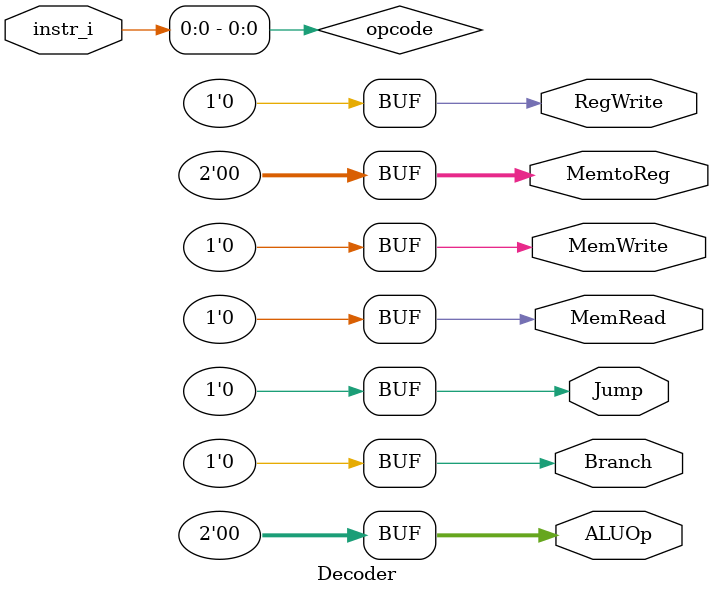
<source format=v>
`timescale 1ns/1ps

module Decoder(
    input [31:0]  instr_i,
    output Branch,
    output RegWrite,
    output [1:0] ALUOp,
    output MemRead,
    output MemWrite,
    output [1:0] MemtoReg,
    output Jump
);

    wire opcode ; 
    assign opcode = instr_i[6:0] ; 

    always@(*)begin
        case(opcode)
            7'b0110011: begin // Rtype
                Branch = 1'b0 ; 
                RegWrite = 1'b1 ; 
                ALUOp = 2'b10 ; 
                MemRead = 1'b0 ; 
                MemWrite = 1'b0 ; 
                MemtoReg = 2'b01 ; // choose alu result
                Jump = 1'b0 ; 
            end
            7'b0010011: begin // Itype
                Branch = 1'b0 ; 
                RegWrite = 1'b1 ; 
                ALUOp = 2'b00 ; 
                MemRead = 1'b0 ; 
                MemWrite = 1'b0 ; 
                MemtoReg = 2'b01 ; // choose alu result
                Jump = 1'b0 ;
            end
            7'b0000011: begin // Itype but load related
                Branch = 1'b0 ; 
                RegWrite = 1'b1 ; 
                ALUOp = 2'b00 ; 
                MemRead = 1'b1 ; 
                MemWrite = 1'b0 ; 
                MemtoReg = 2'b00 ; // choose memory result
                Jump = 1'b0 ;
            end
            7'b0100011: begin // Stype
                Branch = 1'b0 ; 
                RegWrite = 1'b0 ; 
                ALUOp = 2'b00 ; 
                MemRead = 1'b0 ; 
                MemWrite = 1'b1 ; 
                MemtoReg = 2'b00 ; // x (don't care)
                Jump = 1'b0 ;
            end
            7'b1100011: begin // Btype
                Branch = 1'b1 ; 
                RegWrite = 1'b0 ; 
                ALUOp = 2'b01 ; 
                MemRead = 1'b0 ; 
                MemWrite = 1'b0 ; 
                MemtoReg = 2'b00 ; // x
                Jump = 1'b0 ;
            end
            7'b1101111: begin // jal, Jtype
                Branch = 1'b0 ; 
                RegWrite = 1'b1 ; 
                ALUOp = 2'b11 ; 
                MemRead = 1'b0 ; 
                MemWrite = 1'b0 ; 
                MemtoReg = 2'b10 ; // choose pc+4 result
                Jump = 1'b1 ;
            end
            7'b1100111: begin // jalr, Itype
                Branch = 1'b0 ; 
                RegWrite = 1'b1 ; 
                ALUOp = 2'b00 ; 
                MemRead = 1'b0 ; 
                MemWrite = 1'b0 ; 
                MemtoReg = 2'b01 ; // choose alu result
                Jump = 1'b1 ;
            end
            default: begin // nop
                Branch = 1'b0 ; 
                RegWrite = 1'b0 ; 
                ALUOp = 2'b00 ; 
                MemRead = 1'b0 ; 
                MemWrite = 1'b0 ; 
                MemtoReg = 2'b00 ; // x
                Jump = 1'b0 ;
            end
        endcase
    end
endmodule
</source>
